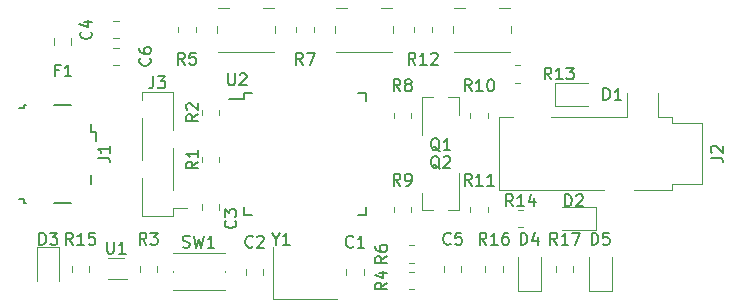
<source format=gbr>
%TF.GenerationSoftware,KiCad,Pcbnew,(6.0.1)*%
%TF.CreationDate,2022-05-26T13:37:06-04:00*%
%TF.ProjectId,microkfd,6d696372-6f6b-4666-942e-6b696361645f,D*%
%TF.SameCoordinates,Original*%
%TF.FileFunction,Legend,Top*%
%TF.FilePolarity,Positive*%
%FSLAX46Y46*%
G04 Gerber Fmt 4.6, Leading zero omitted, Abs format (unit mm)*
G04 Created by KiCad (PCBNEW (6.0.1)) date 2022-05-26 13:37:06*
%MOMM*%
%LPD*%
G01*
G04 APERTURE LIST*
%ADD10C,0.150000*%
%ADD11C,0.120000*%
G04 APERTURE END LIST*
D10*
%TO.C,C1*%
X119083333Y-107857142D02*
X119035714Y-107904761D01*
X118892857Y-107952380D01*
X118797619Y-107952380D01*
X118654761Y-107904761D01*
X118559523Y-107809523D01*
X118511904Y-107714285D01*
X118464285Y-107523809D01*
X118464285Y-107380952D01*
X118511904Y-107190476D01*
X118559523Y-107095238D01*
X118654761Y-107000000D01*
X118797619Y-106952380D01*
X118892857Y-106952380D01*
X119035714Y-107000000D01*
X119083333Y-107047619D01*
X120035714Y-107952380D02*
X119464285Y-107952380D01*
X119750000Y-107952380D02*
X119750000Y-106952380D01*
X119654761Y-107095238D01*
X119559523Y-107190476D01*
X119464285Y-107238095D01*
%TO.C,C2*%
X110583333Y-107857142D02*
X110535714Y-107904761D01*
X110392857Y-107952380D01*
X110297619Y-107952380D01*
X110154761Y-107904761D01*
X110059523Y-107809523D01*
X110011904Y-107714285D01*
X109964285Y-107523809D01*
X109964285Y-107380952D01*
X110011904Y-107190476D01*
X110059523Y-107095238D01*
X110154761Y-107000000D01*
X110297619Y-106952380D01*
X110392857Y-106952380D01*
X110535714Y-107000000D01*
X110583333Y-107047619D01*
X110964285Y-107047619D02*
X111011904Y-107000000D01*
X111107142Y-106952380D01*
X111345238Y-106952380D01*
X111440476Y-107000000D01*
X111488095Y-107047619D01*
X111535714Y-107142857D01*
X111535714Y-107238095D01*
X111488095Y-107380952D01*
X110916666Y-107952380D01*
X111535714Y-107952380D01*
%TO.C,C3*%
X109107142Y-105666666D02*
X109154761Y-105714285D01*
X109202380Y-105857142D01*
X109202380Y-105952380D01*
X109154761Y-106095238D01*
X109059523Y-106190476D01*
X108964285Y-106238095D01*
X108773809Y-106285714D01*
X108630952Y-106285714D01*
X108440476Y-106238095D01*
X108345238Y-106190476D01*
X108250000Y-106095238D01*
X108202380Y-105952380D01*
X108202380Y-105857142D01*
X108250000Y-105714285D01*
X108297619Y-105666666D01*
X108202380Y-105333333D02*
X108202380Y-104714285D01*
X108583333Y-105047619D01*
X108583333Y-104904761D01*
X108630952Y-104809523D01*
X108678571Y-104761904D01*
X108773809Y-104714285D01*
X109011904Y-104714285D01*
X109107142Y-104761904D01*
X109154761Y-104809523D01*
X109202380Y-104904761D01*
X109202380Y-105190476D01*
X109154761Y-105285714D01*
X109107142Y-105333333D01*
%TO.C,C4*%
X96857142Y-89666666D02*
X96904761Y-89714285D01*
X96952380Y-89857142D01*
X96952380Y-89952380D01*
X96904761Y-90095238D01*
X96809523Y-90190476D01*
X96714285Y-90238095D01*
X96523809Y-90285714D01*
X96380952Y-90285714D01*
X96190476Y-90238095D01*
X96095238Y-90190476D01*
X96000000Y-90095238D01*
X95952380Y-89952380D01*
X95952380Y-89857142D01*
X96000000Y-89714285D01*
X96047619Y-89666666D01*
X96285714Y-88809523D02*
X96952380Y-88809523D01*
X95904761Y-89047619D02*
X96619047Y-89285714D01*
X96619047Y-88666666D01*
%TO.C,C5*%
X127333333Y-107607142D02*
X127285714Y-107654761D01*
X127142857Y-107702380D01*
X127047619Y-107702380D01*
X126904761Y-107654761D01*
X126809523Y-107559523D01*
X126761904Y-107464285D01*
X126714285Y-107273809D01*
X126714285Y-107130952D01*
X126761904Y-106940476D01*
X126809523Y-106845238D01*
X126904761Y-106750000D01*
X127047619Y-106702380D01*
X127142857Y-106702380D01*
X127285714Y-106750000D01*
X127333333Y-106797619D01*
X128238095Y-106702380D02*
X127761904Y-106702380D01*
X127714285Y-107178571D01*
X127761904Y-107130952D01*
X127857142Y-107083333D01*
X128095238Y-107083333D01*
X128190476Y-107130952D01*
X128238095Y-107178571D01*
X128285714Y-107273809D01*
X128285714Y-107511904D01*
X128238095Y-107607142D01*
X128190476Y-107654761D01*
X128095238Y-107702380D01*
X127857142Y-107702380D01*
X127761904Y-107654761D01*
X127714285Y-107607142D01*
%TO.C,C6*%
X101857142Y-91916666D02*
X101904761Y-91964285D01*
X101952380Y-92107142D01*
X101952380Y-92202380D01*
X101904761Y-92345238D01*
X101809523Y-92440476D01*
X101714285Y-92488095D01*
X101523809Y-92535714D01*
X101380952Y-92535714D01*
X101190476Y-92488095D01*
X101095238Y-92440476D01*
X101000000Y-92345238D01*
X100952380Y-92202380D01*
X100952380Y-92107142D01*
X101000000Y-91964285D01*
X101047619Y-91916666D01*
X100952380Y-91059523D02*
X100952380Y-91250000D01*
X101000000Y-91345238D01*
X101047619Y-91392857D01*
X101190476Y-91488095D01*
X101380952Y-91535714D01*
X101761904Y-91535714D01*
X101857142Y-91488095D01*
X101904761Y-91440476D01*
X101952380Y-91345238D01*
X101952380Y-91154761D01*
X101904761Y-91059523D01*
X101857142Y-91011904D01*
X101761904Y-90964285D01*
X101523809Y-90964285D01*
X101428571Y-91011904D01*
X101380952Y-91059523D01*
X101333333Y-91154761D01*
X101333333Y-91345238D01*
X101380952Y-91440476D01*
X101428571Y-91488095D01*
X101523809Y-91535714D01*
%TO.C,D1*%
X140261904Y-95452380D02*
X140261904Y-94452380D01*
X140500000Y-94452380D01*
X140642857Y-94500000D01*
X140738095Y-94595238D01*
X140785714Y-94690476D01*
X140833333Y-94880952D01*
X140833333Y-95023809D01*
X140785714Y-95214285D01*
X140738095Y-95309523D01*
X140642857Y-95404761D01*
X140500000Y-95452380D01*
X140261904Y-95452380D01*
X141785714Y-95452380D02*
X141214285Y-95452380D01*
X141500000Y-95452380D02*
X141500000Y-94452380D01*
X141404761Y-94595238D01*
X141309523Y-94690476D01*
X141214285Y-94738095D01*
%TO.C,D2*%
X137011904Y-104452380D02*
X137011904Y-103452380D01*
X137250000Y-103452380D01*
X137392857Y-103500000D01*
X137488095Y-103595238D01*
X137535714Y-103690476D01*
X137583333Y-103880952D01*
X137583333Y-104023809D01*
X137535714Y-104214285D01*
X137488095Y-104309523D01*
X137392857Y-104404761D01*
X137250000Y-104452380D01*
X137011904Y-104452380D01*
X137964285Y-103547619D02*
X138011904Y-103500000D01*
X138107142Y-103452380D01*
X138345238Y-103452380D01*
X138440476Y-103500000D01*
X138488095Y-103547619D01*
X138535714Y-103642857D01*
X138535714Y-103738095D01*
X138488095Y-103880952D01*
X137916666Y-104452380D01*
X138535714Y-104452380D01*
%TO.C,D3*%
X92511904Y-107702380D02*
X92511904Y-106702380D01*
X92750000Y-106702380D01*
X92892857Y-106750000D01*
X92988095Y-106845238D01*
X93035714Y-106940476D01*
X93083333Y-107130952D01*
X93083333Y-107273809D01*
X93035714Y-107464285D01*
X92988095Y-107559523D01*
X92892857Y-107654761D01*
X92750000Y-107702380D01*
X92511904Y-107702380D01*
X93416666Y-106702380D02*
X94035714Y-106702380D01*
X93702380Y-107083333D01*
X93845238Y-107083333D01*
X93940476Y-107130952D01*
X93988095Y-107178571D01*
X94035714Y-107273809D01*
X94035714Y-107511904D01*
X93988095Y-107607142D01*
X93940476Y-107654761D01*
X93845238Y-107702380D01*
X93559523Y-107702380D01*
X93464285Y-107654761D01*
X93416666Y-107607142D01*
%TO.C,D4*%
X133261904Y-107702380D02*
X133261904Y-106702380D01*
X133500000Y-106702380D01*
X133642857Y-106750000D01*
X133738095Y-106845238D01*
X133785714Y-106940476D01*
X133833333Y-107130952D01*
X133833333Y-107273809D01*
X133785714Y-107464285D01*
X133738095Y-107559523D01*
X133642857Y-107654761D01*
X133500000Y-107702380D01*
X133261904Y-107702380D01*
X134690476Y-107035714D02*
X134690476Y-107702380D01*
X134452380Y-106654761D02*
X134214285Y-107369047D01*
X134833333Y-107369047D01*
%TO.C,D5*%
X139261904Y-107702380D02*
X139261904Y-106702380D01*
X139500000Y-106702380D01*
X139642857Y-106750000D01*
X139738095Y-106845238D01*
X139785714Y-106940476D01*
X139833333Y-107130952D01*
X139833333Y-107273809D01*
X139785714Y-107464285D01*
X139738095Y-107559523D01*
X139642857Y-107654761D01*
X139500000Y-107702380D01*
X139261904Y-107702380D01*
X140738095Y-106702380D02*
X140261904Y-106702380D01*
X140214285Y-107178571D01*
X140261904Y-107130952D01*
X140357142Y-107083333D01*
X140595238Y-107083333D01*
X140690476Y-107130952D01*
X140738095Y-107178571D01*
X140785714Y-107273809D01*
X140785714Y-107511904D01*
X140738095Y-107607142D01*
X140690476Y-107654761D01*
X140595238Y-107702380D01*
X140357142Y-107702380D01*
X140261904Y-107654761D01*
X140214285Y-107607142D01*
%TO.C,F1*%
X94166666Y-92928571D02*
X93833333Y-92928571D01*
X93833333Y-93452380D02*
X93833333Y-92452380D01*
X94309523Y-92452380D01*
X95214285Y-93452380D02*
X94642857Y-93452380D01*
X94928571Y-93452380D02*
X94928571Y-92452380D01*
X94833333Y-92595238D01*
X94738095Y-92690476D01*
X94642857Y-92738095D01*
%TO.C,J2*%
X149352380Y-100333333D02*
X150066666Y-100333333D01*
X150209523Y-100380952D01*
X150304761Y-100476190D01*
X150352380Y-100619047D01*
X150352380Y-100714285D01*
X149447619Y-99904761D02*
X149400000Y-99857142D01*
X149352380Y-99761904D01*
X149352380Y-99523809D01*
X149400000Y-99428571D01*
X149447619Y-99380952D01*
X149542857Y-99333333D01*
X149638095Y-99333333D01*
X149780952Y-99380952D01*
X150352380Y-99952380D01*
X150352380Y-99333333D01*
%TO.C,J3*%
X102166666Y-93452380D02*
X102166666Y-94166666D01*
X102119047Y-94309523D01*
X102023809Y-94404761D01*
X101880952Y-94452380D01*
X101785714Y-94452380D01*
X102547619Y-93452380D02*
X103166666Y-93452380D01*
X102833333Y-93833333D01*
X102976190Y-93833333D01*
X103071428Y-93880952D01*
X103119047Y-93928571D01*
X103166666Y-94023809D01*
X103166666Y-94261904D01*
X103119047Y-94357142D01*
X103071428Y-94404761D01*
X102976190Y-94452380D01*
X102690476Y-94452380D01*
X102595238Y-94404761D01*
X102547619Y-94357142D01*
%TO.C,R1*%
X105952380Y-100666666D02*
X105476190Y-101000000D01*
X105952380Y-101238095D02*
X104952380Y-101238095D01*
X104952380Y-100857142D01*
X105000000Y-100761904D01*
X105047619Y-100714285D01*
X105142857Y-100666666D01*
X105285714Y-100666666D01*
X105380952Y-100714285D01*
X105428571Y-100761904D01*
X105476190Y-100857142D01*
X105476190Y-101238095D01*
X105952380Y-99714285D02*
X105952380Y-100285714D01*
X105952380Y-100000000D02*
X104952380Y-100000000D01*
X105095238Y-100095238D01*
X105190476Y-100190476D01*
X105238095Y-100285714D01*
%TO.C,R2*%
X105952380Y-96666666D02*
X105476190Y-97000000D01*
X105952380Y-97238095D02*
X104952380Y-97238095D01*
X104952380Y-96857142D01*
X105000000Y-96761904D01*
X105047619Y-96714285D01*
X105142857Y-96666666D01*
X105285714Y-96666666D01*
X105380952Y-96714285D01*
X105428571Y-96761904D01*
X105476190Y-96857142D01*
X105476190Y-97238095D01*
X105047619Y-96285714D02*
X105000000Y-96238095D01*
X104952380Y-96142857D01*
X104952380Y-95904761D01*
X105000000Y-95809523D01*
X105047619Y-95761904D01*
X105142857Y-95714285D01*
X105238095Y-95714285D01*
X105380952Y-95761904D01*
X105952380Y-96333333D01*
X105952380Y-95714285D01*
%TO.C,R3*%
X101583333Y-107702380D02*
X101250000Y-107226190D01*
X101011904Y-107702380D02*
X101011904Y-106702380D01*
X101392857Y-106702380D01*
X101488095Y-106750000D01*
X101535714Y-106797619D01*
X101583333Y-106892857D01*
X101583333Y-107035714D01*
X101535714Y-107130952D01*
X101488095Y-107178571D01*
X101392857Y-107226190D01*
X101011904Y-107226190D01*
X101916666Y-106702380D02*
X102535714Y-106702380D01*
X102202380Y-107083333D01*
X102345238Y-107083333D01*
X102440476Y-107130952D01*
X102488095Y-107178571D01*
X102535714Y-107273809D01*
X102535714Y-107511904D01*
X102488095Y-107607142D01*
X102440476Y-107654761D01*
X102345238Y-107702380D01*
X102059523Y-107702380D01*
X101964285Y-107654761D01*
X101916666Y-107607142D01*
%TO.C,R4*%
X121952380Y-110916666D02*
X121476190Y-111250000D01*
X121952380Y-111488095D02*
X120952380Y-111488095D01*
X120952380Y-111107142D01*
X121000000Y-111011904D01*
X121047619Y-110964285D01*
X121142857Y-110916666D01*
X121285714Y-110916666D01*
X121380952Y-110964285D01*
X121428571Y-111011904D01*
X121476190Y-111107142D01*
X121476190Y-111488095D01*
X121285714Y-110059523D02*
X121952380Y-110059523D01*
X120904761Y-110297619D02*
X121619047Y-110535714D01*
X121619047Y-109916666D01*
%TO.C,R5*%
X104833333Y-92452380D02*
X104500000Y-91976190D01*
X104261904Y-92452380D02*
X104261904Y-91452380D01*
X104642857Y-91452380D01*
X104738095Y-91500000D01*
X104785714Y-91547619D01*
X104833333Y-91642857D01*
X104833333Y-91785714D01*
X104785714Y-91880952D01*
X104738095Y-91928571D01*
X104642857Y-91976190D01*
X104261904Y-91976190D01*
X105738095Y-91452380D02*
X105261904Y-91452380D01*
X105214285Y-91928571D01*
X105261904Y-91880952D01*
X105357142Y-91833333D01*
X105595238Y-91833333D01*
X105690476Y-91880952D01*
X105738095Y-91928571D01*
X105785714Y-92023809D01*
X105785714Y-92261904D01*
X105738095Y-92357142D01*
X105690476Y-92404761D01*
X105595238Y-92452380D01*
X105357142Y-92452380D01*
X105261904Y-92404761D01*
X105214285Y-92357142D01*
%TO.C,R6*%
X121952380Y-108666666D02*
X121476190Y-109000000D01*
X121952380Y-109238095D02*
X120952380Y-109238095D01*
X120952380Y-108857142D01*
X121000000Y-108761904D01*
X121047619Y-108714285D01*
X121142857Y-108666666D01*
X121285714Y-108666666D01*
X121380952Y-108714285D01*
X121428571Y-108761904D01*
X121476190Y-108857142D01*
X121476190Y-109238095D01*
X120952380Y-107809523D02*
X120952380Y-108000000D01*
X121000000Y-108095238D01*
X121047619Y-108142857D01*
X121190476Y-108238095D01*
X121380952Y-108285714D01*
X121761904Y-108285714D01*
X121857142Y-108238095D01*
X121904761Y-108190476D01*
X121952380Y-108095238D01*
X121952380Y-107904761D01*
X121904761Y-107809523D01*
X121857142Y-107761904D01*
X121761904Y-107714285D01*
X121523809Y-107714285D01*
X121428571Y-107761904D01*
X121380952Y-107809523D01*
X121333333Y-107904761D01*
X121333333Y-108095238D01*
X121380952Y-108190476D01*
X121428571Y-108238095D01*
X121523809Y-108285714D01*
%TO.C,R7*%
X114833333Y-92452380D02*
X114500000Y-91976190D01*
X114261904Y-92452380D02*
X114261904Y-91452380D01*
X114642857Y-91452380D01*
X114738095Y-91500000D01*
X114785714Y-91547619D01*
X114833333Y-91642857D01*
X114833333Y-91785714D01*
X114785714Y-91880952D01*
X114738095Y-91928571D01*
X114642857Y-91976190D01*
X114261904Y-91976190D01*
X115166666Y-91452380D02*
X115833333Y-91452380D01*
X115404761Y-92452380D01*
%TO.C,R8*%
X123083333Y-94702380D02*
X122750000Y-94226190D01*
X122511904Y-94702380D02*
X122511904Y-93702380D01*
X122892857Y-93702380D01*
X122988095Y-93750000D01*
X123035714Y-93797619D01*
X123083333Y-93892857D01*
X123083333Y-94035714D01*
X123035714Y-94130952D01*
X122988095Y-94178571D01*
X122892857Y-94226190D01*
X122511904Y-94226190D01*
X123654761Y-94130952D02*
X123559523Y-94083333D01*
X123511904Y-94035714D01*
X123464285Y-93940476D01*
X123464285Y-93892857D01*
X123511904Y-93797619D01*
X123559523Y-93750000D01*
X123654761Y-93702380D01*
X123845238Y-93702380D01*
X123940476Y-93750000D01*
X123988095Y-93797619D01*
X124035714Y-93892857D01*
X124035714Y-93940476D01*
X123988095Y-94035714D01*
X123940476Y-94083333D01*
X123845238Y-94130952D01*
X123654761Y-94130952D01*
X123559523Y-94178571D01*
X123511904Y-94226190D01*
X123464285Y-94321428D01*
X123464285Y-94511904D01*
X123511904Y-94607142D01*
X123559523Y-94654761D01*
X123654761Y-94702380D01*
X123845238Y-94702380D01*
X123940476Y-94654761D01*
X123988095Y-94607142D01*
X124035714Y-94511904D01*
X124035714Y-94321428D01*
X123988095Y-94226190D01*
X123940476Y-94178571D01*
X123845238Y-94130952D01*
%TO.C,R9*%
X123083333Y-102702380D02*
X122750000Y-102226190D01*
X122511904Y-102702380D02*
X122511904Y-101702380D01*
X122892857Y-101702380D01*
X122988095Y-101750000D01*
X123035714Y-101797619D01*
X123083333Y-101892857D01*
X123083333Y-102035714D01*
X123035714Y-102130952D01*
X122988095Y-102178571D01*
X122892857Y-102226190D01*
X122511904Y-102226190D01*
X123559523Y-102702380D02*
X123750000Y-102702380D01*
X123845238Y-102654761D01*
X123892857Y-102607142D01*
X123988095Y-102464285D01*
X124035714Y-102273809D01*
X124035714Y-101892857D01*
X123988095Y-101797619D01*
X123940476Y-101750000D01*
X123845238Y-101702380D01*
X123654761Y-101702380D01*
X123559523Y-101750000D01*
X123511904Y-101797619D01*
X123464285Y-101892857D01*
X123464285Y-102130952D01*
X123511904Y-102226190D01*
X123559523Y-102273809D01*
X123654761Y-102321428D01*
X123845238Y-102321428D01*
X123940476Y-102273809D01*
X123988095Y-102226190D01*
X124035714Y-102130952D01*
%TO.C,R10*%
X129107142Y-94702380D02*
X128773809Y-94226190D01*
X128535714Y-94702380D02*
X128535714Y-93702380D01*
X128916666Y-93702380D01*
X129011904Y-93750000D01*
X129059523Y-93797619D01*
X129107142Y-93892857D01*
X129107142Y-94035714D01*
X129059523Y-94130952D01*
X129011904Y-94178571D01*
X128916666Y-94226190D01*
X128535714Y-94226190D01*
X130059523Y-94702380D02*
X129488095Y-94702380D01*
X129773809Y-94702380D02*
X129773809Y-93702380D01*
X129678571Y-93845238D01*
X129583333Y-93940476D01*
X129488095Y-93988095D01*
X130678571Y-93702380D02*
X130773809Y-93702380D01*
X130869047Y-93750000D01*
X130916666Y-93797619D01*
X130964285Y-93892857D01*
X131011904Y-94083333D01*
X131011904Y-94321428D01*
X130964285Y-94511904D01*
X130916666Y-94607142D01*
X130869047Y-94654761D01*
X130773809Y-94702380D01*
X130678571Y-94702380D01*
X130583333Y-94654761D01*
X130535714Y-94607142D01*
X130488095Y-94511904D01*
X130440476Y-94321428D01*
X130440476Y-94083333D01*
X130488095Y-93892857D01*
X130535714Y-93797619D01*
X130583333Y-93750000D01*
X130678571Y-93702380D01*
%TO.C,R11*%
X129107142Y-102702380D02*
X128773809Y-102226190D01*
X128535714Y-102702380D02*
X128535714Y-101702380D01*
X128916666Y-101702380D01*
X129011904Y-101750000D01*
X129059523Y-101797619D01*
X129107142Y-101892857D01*
X129107142Y-102035714D01*
X129059523Y-102130952D01*
X129011904Y-102178571D01*
X128916666Y-102226190D01*
X128535714Y-102226190D01*
X130059523Y-102702380D02*
X129488095Y-102702380D01*
X129773809Y-102702380D02*
X129773809Y-101702380D01*
X129678571Y-101845238D01*
X129583333Y-101940476D01*
X129488095Y-101988095D01*
X131011904Y-102702380D02*
X130440476Y-102702380D01*
X130726190Y-102702380D02*
X130726190Y-101702380D01*
X130630952Y-101845238D01*
X130535714Y-101940476D01*
X130440476Y-101988095D01*
%TO.C,R12*%
X124357142Y-92452380D02*
X124023809Y-91976190D01*
X123785714Y-92452380D02*
X123785714Y-91452380D01*
X124166666Y-91452380D01*
X124261904Y-91500000D01*
X124309523Y-91547619D01*
X124357142Y-91642857D01*
X124357142Y-91785714D01*
X124309523Y-91880952D01*
X124261904Y-91928571D01*
X124166666Y-91976190D01*
X123785714Y-91976190D01*
X125309523Y-92452380D02*
X124738095Y-92452380D01*
X125023809Y-92452380D02*
X125023809Y-91452380D01*
X124928571Y-91595238D01*
X124833333Y-91690476D01*
X124738095Y-91738095D01*
X125690476Y-91547619D02*
X125738095Y-91500000D01*
X125833333Y-91452380D01*
X126071428Y-91452380D01*
X126166666Y-91500000D01*
X126214285Y-91547619D01*
X126261904Y-91642857D01*
X126261904Y-91738095D01*
X126214285Y-91880952D01*
X125642857Y-92452380D01*
X126261904Y-92452380D01*
%TO.C,R13*%
X135857142Y-93702380D02*
X135523809Y-93226190D01*
X135285714Y-93702380D02*
X135285714Y-92702380D01*
X135666666Y-92702380D01*
X135761904Y-92750000D01*
X135809523Y-92797619D01*
X135857142Y-92892857D01*
X135857142Y-93035714D01*
X135809523Y-93130952D01*
X135761904Y-93178571D01*
X135666666Y-93226190D01*
X135285714Y-93226190D01*
X136809523Y-93702380D02*
X136238095Y-93702380D01*
X136523809Y-93702380D02*
X136523809Y-92702380D01*
X136428571Y-92845238D01*
X136333333Y-92940476D01*
X136238095Y-92988095D01*
X137142857Y-92702380D02*
X137761904Y-92702380D01*
X137428571Y-93083333D01*
X137571428Y-93083333D01*
X137666666Y-93130952D01*
X137714285Y-93178571D01*
X137761904Y-93273809D01*
X137761904Y-93511904D01*
X137714285Y-93607142D01*
X137666666Y-93654761D01*
X137571428Y-93702380D01*
X137285714Y-93702380D01*
X137190476Y-93654761D01*
X137142857Y-93607142D01*
%TO.C,R14*%
X132607142Y-104452380D02*
X132273809Y-103976190D01*
X132035714Y-104452380D02*
X132035714Y-103452380D01*
X132416666Y-103452380D01*
X132511904Y-103500000D01*
X132559523Y-103547619D01*
X132607142Y-103642857D01*
X132607142Y-103785714D01*
X132559523Y-103880952D01*
X132511904Y-103928571D01*
X132416666Y-103976190D01*
X132035714Y-103976190D01*
X133559523Y-104452380D02*
X132988095Y-104452380D01*
X133273809Y-104452380D02*
X133273809Y-103452380D01*
X133178571Y-103595238D01*
X133083333Y-103690476D01*
X132988095Y-103738095D01*
X134416666Y-103785714D02*
X134416666Y-104452380D01*
X134178571Y-103404761D02*
X133940476Y-104119047D01*
X134559523Y-104119047D01*
%TO.C,R15*%
X95357142Y-107702380D02*
X95023809Y-107226190D01*
X94785714Y-107702380D02*
X94785714Y-106702380D01*
X95166666Y-106702380D01*
X95261904Y-106750000D01*
X95309523Y-106797619D01*
X95357142Y-106892857D01*
X95357142Y-107035714D01*
X95309523Y-107130952D01*
X95261904Y-107178571D01*
X95166666Y-107226190D01*
X94785714Y-107226190D01*
X96309523Y-107702380D02*
X95738095Y-107702380D01*
X96023809Y-107702380D02*
X96023809Y-106702380D01*
X95928571Y-106845238D01*
X95833333Y-106940476D01*
X95738095Y-106988095D01*
X97214285Y-106702380D02*
X96738095Y-106702380D01*
X96690476Y-107178571D01*
X96738095Y-107130952D01*
X96833333Y-107083333D01*
X97071428Y-107083333D01*
X97166666Y-107130952D01*
X97214285Y-107178571D01*
X97261904Y-107273809D01*
X97261904Y-107511904D01*
X97214285Y-107607142D01*
X97166666Y-107654761D01*
X97071428Y-107702380D01*
X96833333Y-107702380D01*
X96738095Y-107654761D01*
X96690476Y-107607142D01*
%TO.C,R16*%
X130357142Y-107702380D02*
X130023809Y-107226190D01*
X129785714Y-107702380D02*
X129785714Y-106702380D01*
X130166666Y-106702380D01*
X130261904Y-106750000D01*
X130309523Y-106797619D01*
X130357142Y-106892857D01*
X130357142Y-107035714D01*
X130309523Y-107130952D01*
X130261904Y-107178571D01*
X130166666Y-107226190D01*
X129785714Y-107226190D01*
X131309523Y-107702380D02*
X130738095Y-107702380D01*
X131023809Y-107702380D02*
X131023809Y-106702380D01*
X130928571Y-106845238D01*
X130833333Y-106940476D01*
X130738095Y-106988095D01*
X132166666Y-106702380D02*
X131976190Y-106702380D01*
X131880952Y-106750000D01*
X131833333Y-106797619D01*
X131738095Y-106940476D01*
X131690476Y-107130952D01*
X131690476Y-107511904D01*
X131738095Y-107607142D01*
X131785714Y-107654761D01*
X131880952Y-107702380D01*
X132071428Y-107702380D01*
X132166666Y-107654761D01*
X132214285Y-107607142D01*
X132261904Y-107511904D01*
X132261904Y-107273809D01*
X132214285Y-107178571D01*
X132166666Y-107130952D01*
X132071428Y-107083333D01*
X131880952Y-107083333D01*
X131785714Y-107130952D01*
X131738095Y-107178571D01*
X131690476Y-107273809D01*
%TO.C,R17*%
X136357142Y-107702380D02*
X136023809Y-107226190D01*
X135785714Y-107702380D02*
X135785714Y-106702380D01*
X136166666Y-106702380D01*
X136261904Y-106750000D01*
X136309523Y-106797619D01*
X136357142Y-106892857D01*
X136357142Y-107035714D01*
X136309523Y-107130952D01*
X136261904Y-107178571D01*
X136166666Y-107226190D01*
X135785714Y-107226190D01*
X137309523Y-107702380D02*
X136738095Y-107702380D01*
X137023809Y-107702380D02*
X137023809Y-106702380D01*
X136928571Y-106845238D01*
X136833333Y-106940476D01*
X136738095Y-106988095D01*
X137642857Y-106702380D02*
X138309523Y-106702380D01*
X137880952Y-107702380D01*
%TO.C,SW1*%
X104666666Y-107904761D02*
X104809523Y-107952380D01*
X105047619Y-107952380D01*
X105142857Y-107904761D01*
X105190476Y-107857142D01*
X105238095Y-107761904D01*
X105238095Y-107666666D01*
X105190476Y-107571428D01*
X105142857Y-107523809D01*
X105047619Y-107476190D01*
X104857142Y-107428571D01*
X104761904Y-107380952D01*
X104714285Y-107333333D01*
X104666666Y-107238095D01*
X104666666Y-107142857D01*
X104714285Y-107047619D01*
X104761904Y-107000000D01*
X104857142Y-106952380D01*
X105095238Y-106952380D01*
X105238095Y-107000000D01*
X105571428Y-106952380D02*
X105809523Y-107952380D01*
X106000000Y-107238095D01*
X106190476Y-107952380D01*
X106428571Y-106952380D01*
X107333333Y-107952380D02*
X106761904Y-107952380D01*
X107047619Y-107952380D02*
X107047619Y-106952380D01*
X106952380Y-107095238D01*
X106857142Y-107190476D01*
X106761904Y-107238095D01*
%TO.C,U1*%
X98238095Y-107452380D02*
X98238095Y-108261904D01*
X98285714Y-108357142D01*
X98333333Y-108404761D01*
X98428571Y-108452380D01*
X98619047Y-108452380D01*
X98714285Y-108404761D01*
X98761904Y-108357142D01*
X98809523Y-108261904D01*
X98809523Y-107452380D01*
X99809523Y-108452380D02*
X99238095Y-108452380D01*
X99523809Y-108452380D02*
X99523809Y-107452380D01*
X99428571Y-107595238D01*
X99333333Y-107690476D01*
X99238095Y-107738095D01*
%TO.C,Y1*%
X112523809Y-107226190D02*
X112523809Y-107702380D01*
X112190476Y-106702380D02*
X112523809Y-107226190D01*
X112857142Y-106702380D01*
X113714285Y-107702380D02*
X113142857Y-107702380D01*
X113428571Y-107702380D02*
X113428571Y-106702380D01*
X113333333Y-106845238D01*
X113238095Y-106940476D01*
X113142857Y-106988095D01*
%TO.C,J1*%
X97452380Y-100333333D02*
X98166666Y-100333333D01*
X98309523Y-100380952D01*
X98404761Y-100476190D01*
X98452380Y-100619047D01*
X98452380Y-100714285D01*
X98452380Y-99333333D02*
X98452380Y-99904761D01*
X98452380Y-99619047D02*
X97452380Y-99619047D01*
X97595238Y-99714285D01*
X97690476Y-99809523D01*
X97738095Y-99904761D01*
%TO.C,U2*%
X108488095Y-93202380D02*
X108488095Y-94011904D01*
X108535714Y-94107142D01*
X108583333Y-94154761D01*
X108678571Y-94202380D01*
X108869047Y-94202380D01*
X108964285Y-94154761D01*
X109011904Y-94107142D01*
X109059523Y-94011904D01*
X109059523Y-93202380D01*
X109488095Y-93297619D02*
X109535714Y-93250000D01*
X109630952Y-93202380D01*
X109869047Y-93202380D01*
X109964285Y-93250000D01*
X110011904Y-93297619D01*
X110059523Y-93392857D01*
X110059523Y-93488095D01*
X110011904Y-93630952D01*
X109440476Y-94202380D01*
X110059523Y-94202380D01*
%TO.C,Q2*%
X126404761Y-101297619D02*
X126309523Y-101250000D01*
X126214285Y-101154761D01*
X126071428Y-101011904D01*
X125976190Y-100964285D01*
X125880952Y-100964285D01*
X125928571Y-101202380D02*
X125833333Y-101154761D01*
X125738095Y-101059523D01*
X125690476Y-100869047D01*
X125690476Y-100535714D01*
X125738095Y-100345238D01*
X125833333Y-100250000D01*
X125928571Y-100202380D01*
X126119047Y-100202380D01*
X126214285Y-100250000D01*
X126309523Y-100345238D01*
X126357142Y-100535714D01*
X126357142Y-100869047D01*
X126309523Y-101059523D01*
X126214285Y-101154761D01*
X126119047Y-101202380D01*
X125928571Y-101202380D01*
X126738095Y-100297619D02*
X126785714Y-100250000D01*
X126880952Y-100202380D01*
X127119047Y-100202380D01*
X127214285Y-100250000D01*
X127261904Y-100297619D01*
X127309523Y-100392857D01*
X127309523Y-100488095D01*
X127261904Y-100630952D01*
X126690476Y-101202380D01*
X127309523Y-101202380D01*
%TO.C,Q1*%
X126404761Y-99797619D02*
X126309523Y-99750000D01*
X126214285Y-99654761D01*
X126071428Y-99511904D01*
X125976190Y-99464285D01*
X125880952Y-99464285D01*
X125928571Y-99702380D02*
X125833333Y-99654761D01*
X125738095Y-99559523D01*
X125690476Y-99369047D01*
X125690476Y-99035714D01*
X125738095Y-98845238D01*
X125833333Y-98750000D01*
X125928571Y-98702380D01*
X126119047Y-98702380D01*
X126214285Y-98750000D01*
X126309523Y-98845238D01*
X126357142Y-99035714D01*
X126357142Y-99369047D01*
X126309523Y-99559523D01*
X126214285Y-99654761D01*
X126119047Y-99702380D01*
X125928571Y-99702380D01*
X127309523Y-99702380D02*
X126738095Y-99702380D01*
X127023809Y-99702380D02*
X127023809Y-98702380D01*
X126928571Y-98845238D01*
X126833333Y-98940476D01*
X126738095Y-98988095D01*
D11*
%TO.C,C1*%
X119985000Y-110261252D02*
X119985000Y-109738748D01*
X118515000Y-110261252D02*
X118515000Y-109738748D01*
%TO.C,C2*%
X110015000Y-109738748D02*
X110015000Y-110261252D01*
X111485000Y-109738748D02*
X111485000Y-110261252D01*
%TO.C,C3*%
X107735000Y-104238748D02*
X107735000Y-104761252D01*
X106265000Y-104238748D02*
X106265000Y-104761252D01*
%TO.C,C4*%
X98738748Y-88765000D02*
X99261252Y-88765000D01*
X98738748Y-90235000D02*
X99261252Y-90235000D01*
%TO.C,C5*%
X126765000Y-110011252D02*
X126765000Y-109488748D01*
X128235000Y-110011252D02*
X128235000Y-109488748D01*
%TO.C,C6*%
X98738748Y-91015000D02*
X99261252Y-91015000D01*
X98738748Y-92485000D02*
X99261252Y-92485000D01*
%TO.C,D1*%
X136140000Y-95960000D02*
X139000000Y-95960000D01*
X136140000Y-94040000D02*
X136140000Y-95960000D01*
X139000000Y-94040000D02*
X136140000Y-94040000D01*
%TO.C,D2*%
X139610000Y-106460000D02*
X139610000Y-104540000D01*
X139610000Y-104540000D02*
X136750000Y-104540000D01*
X136750000Y-106460000D02*
X139610000Y-106460000D01*
%TO.C,D3*%
X94210000Y-107890000D02*
X92290000Y-107890000D01*
X94210000Y-110750000D02*
X94210000Y-107890000D01*
X92290000Y-107890000D02*
X92290000Y-110750000D01*
%TO.C,D4*%
X134960000Y-111585000D02*
X134960000Y-108725000D01*
X133040000Y-108725000D02*
X133040000Y-111585000D01*
X133040000Y-111585000D02*
X134960000Y-111585000D01*
%TO.C,D5*%
X139040000Y-108750000D02*
X139040000Y-111610000D01*
X140960000Y-111610000D02*
X140960000Y-108750000D01*
X139040000Y-111610000D02*
X140960000Y-111610000D01*
%TO.C,F1*%
X95210000Y-90238748D02*
X95210000Y-90761252D01*
X93790000Y-90238748D02*
X93790000Y-90761252D01*
%TO.C,J2*%
X146100000Y-96900000D02*
X146100000Y-97400000D01*
X146100000Y-102600000D02*
X146100000Y-103100000D01*
X131400000Y-96900000D02*
X132600000Y-96900000D01*
X142300000Y-96900000D02*
X142300000Y-94900000D01*
X131400000Y-103100000D02*
X131400000Y-96900000D01*
X135800000Y-96900000D02*
X142300000Y-96900000D01*
X140300000Y-103100000D02*
X131400000Y-103100000D01*
X144900000Y-96900000D02*
X146100000Y-96900000D01*
X146100000Y-97400000D02*
X148600000Y-97400000D01*
X146100000Y-103100000D02*
X142900000Y-103100000D01*
X148600000Y-102600000D02*
X146100000Y-102600000D01*
X148600000Y-97400000D02*
X148600000Y-102600000D01*
X144900000Y-96900000D02*
X144900000Y-94900000D01*
%TO.C,J3*%
X103830000Y-103050000D02*
X103830000Y-99490000D01*
X103830000Y-94760000D02*
X101170000Y-94760000D01*
X101170000Y-105240000D02*
X101170000Y-102030000D01*
X103830000Y-105240000D02*
X101170000Y-105240000D01*
X101170000Y-100510000D02*
X101170000Y-96950000D01*
X105040000Y-104570000D02*
X103830000Y-104570000D01*
X103830000Y-97970000D02*
X103830000Y-94760000D01*
X103830000Y-105240000D02*
X103830000Y-104570000D01*
X101170000Y-95430000D02*
X101170000Y-94760000D01*
%TO.C,R1*%
X107735000Y-100272936D02*
X107735000Y-100727064D01*
X106265000Y-100272936D02*
X106265000Y-100727064D01*
%TO.C,R2*%
X106265000Y-96272936D02*
X106265000Y-96727064D01*
X107735000Y-96272936D02*
X107735000Y-96727064D01*
%TO.C,R3*%
X102485000Y-109977064D02*
X102485000Y-109522936D01*
X101015000Y-109977064D02*
X101015000Y-109522936D01*
%TO.C,R4*%
X123772936Y-110015000D02*
X124227064Y-110015000D01*
X123772936Y-111485000D02*
X124227064Y-111485000D01*
%TO.C,R5*%
X104265000Y-89727064D02*
X104265000Y-89272936D01*
X105735000Y-89727064D02*
X105735000Y-89272936D01*
%TO.C,R6*%
X123772936Y-109235000D02*
X124227064Y-109235000D01*
X123772936Y-107765000D02*
X124227064Y-107765000D01*
%TO.C,R7*%
X115735000Y-89727064D02*
X115735000Y-89272936D01*
X114265000Y-89727064D02*
X114265000Y-89272936D01*
%TO.C,R8*%
X123985000Y-96977064D02*
X123985000Y-96522936D01*
X122515000Y-96977064D02*
X122515000Y-96522936D01*
%TO.C,R9*%
X122515000Y-104977064D02*
X122515000Y-104522936D01*
X123985000Y-104977064D02*
X123985000Y-104522936D01*
%TO.C,R10*%
X130485000Y-96522936D02*
X130485000Y-96977064D01*
X129015000Y-96522936D02*
X129015000Y-96977064D01*
%TO.C,R11*%
X130485000Y-104977064D02*
X130485000Y-104522936D01*
X129015000Y-104977064D02*
X129015000Y-104522936D01*
%TO.C,R12*%
X125735000Y-89727064D02*
X125735000Y-89272936D01*
X124265000Y-89727064D02*
X124265000Y-89272936D01*
%TO.C,R13*%
X132772936Y-93985000D02*
X133227064Y-93985000D01*
X132772936Y-92515000D02*
X133227064Y-92515000D01*
%TO.C,R14*%
X133022936Y-104765000D02*
X133477064Y-104765000D01*
X133022936Y-106235000D02*
X133477064Y-106235000D01*
%TO.C,R15*%
X96735000Y-109522936D02*
X96735000Y-109977064D01*
X95265000Y-109522936D02*
X95265000Y-109977064D01*
%TO.C,R16*%
X131735000Y-109522936D02*
X131735000Y-109977064D01*
X130265000Y-109522936D02*
X130265000Y-109977064D01*
%TO.C,R17*%
X137735000Y-109522936D02*
X137735000Y-109977064D01*
X136265000Y-109522936D02*
X136265000Y-109977064D01*
%TO.C,SW1*%
X108200000Y-108450000D02*
X103800000Y-108450000D01*
X103800000Y-111550000D02*
X108200000Y-111550000D01*
X108200000Y-109950000D02*
X108200000Y-110050000D01*
X103800000Y-109950000D02*
X103800000Y-110050000D01*
%TO.C,SW2*%
X107550000Y-89775000D02*
X107550000Y-89225000D01*
X112350000Y-87650000D02*
X111425000Y-87650000D01*
X112450000Y-89775000D02*
X112450000Y-89225000D01*
X112350000Y-91350000D02*
X107650000Y-91350000D01*
X108575000Y-87650000D02*
X107650000Y-87650000D01*
%TO.C,SW3*%
X122350000Y-87650000D02*
X121425000Y-87650000D01*
X122350000Y-91350000D02*
X117650000Y-91350000D01*
X122450000Y-89775000D02*
X122450000Y-89225000D01*
X118575000Y-87650000D02*
X117650000Y-87650000D01*
X117550000Y-89775000D02*
X117550000Y-89225000D01*
%TO.C,SW4*%
X128575000Y-87650000D02*
X127650000Y-87650000D01*
X127550000Y-89775000D02*
X127550000Y-89225000D01*
X132350000Y-87650000D02*
X131425000Y-87650000D01*
X132350000Y-91350000D02*
X127650000Y-91350000D01*
X132450000Y-89775000D02*
X132450000Y-89225000D01*
%TO.C,U1*%
X98350000Y-108850000D02*
X99650000Y-108850000D01*
X99900000Y-110650000D02*
X98350000Y-110650000D01*
%TO.C,Y1*%
X112300000Y-112300000D02*
X117700000Y-112300000D01*
X112300000Y-107900000D02*
X112300000Y-112300000D01*
D10*
%TO.C,J1*%
X91350000Y-95850000D02*
X91200000Y-95850000D01*
X95150000Y-95850000D02*
X93750000Y-95850000D01*
X91200000Y-103850000D02*
X91200000Y-104150000D01*
X97325000Y-98925000D02*
X97325000Y-98200000D01*
X96900000Y-98200000D02*
X96900000Y-97475000D01*
X91200000Y-95850000D02*
X91200000Y-96150000D01*
X90750000Y-103850000D02*
X91200000Y-103850000D01*
X96900000Y-101800000D02*
X96900000Y-102525000D01*
X97325000Y-98200000D02*
X96900000Y-98200000D01*
X93750000Y-104150000D02*
X95150000Y-104150000D01*
X91200000Y-96150000D02*
X90750000Y-96150000D01*
X91200000Y-104150000D02*
X91350000Y-104150000D01*
%TO.C,U2*%
X109825000Y-94825000D02*
X110500000Y-94825000D01*
X120175000Y-94825000D02*
X119500000Y-94825000D01*
X120175000Y-105175000D02*
X119500000Y-105175000D01*
X109825000Y-95400000D02*
X108550000Y-95400000D01*
X109825000Y-105175000D02*
X110500000Y-105175000D01*
X120175000Y-94825000D02*
X120175000Y-95500000D01*
X109825000Y-105175000D02*
X109825000Y-104500000D01*
X120175000Y-105175000D02*
X120175000Y-104500000D01*
X109825000Y-94825000D02*
X109825000Y-95400000D01*
D11*
%TO.C,Q2*%
X124920000Y-104760000D02*
X125850000Y-104760000D01*
X124920000Y-104760000D02*
X124920000Y-103300000D01*
X128080000Y-104760000D02*
X128080000Y-101600000D01*
X128080000Y-104760000D02*
X127150000Y-104760000D01*
%TO.C,Q1*%
X128080000Y-95240000D02*
X128080000Y-96700000D01*
X124920000Y-95240000D02*
X125850000Y-95240000D01*
X128080000Y-95240000D02*
X127150000Y-95240000D01*
X124920000Y-95240000D02*
X124920000Y-98400000D01*
%TD*%
M02*

</source>
